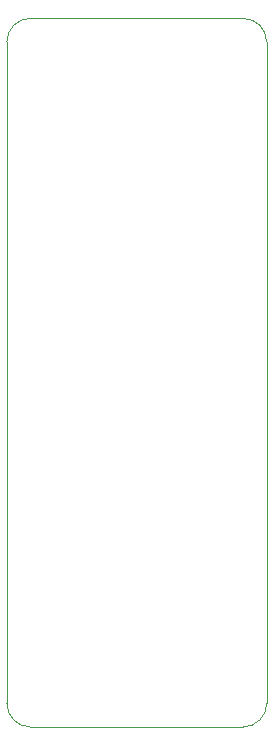
<source format=gm1>
G04 #@! TF.GenerationSoftware,KiCad,Pcbnew,5.1.9+dfsg1-1*
G04 #@! TF.CreationDate,2022-11-10T16:00:36+09:00*
G04 #@! TF.ProjectId,esp32-button,65737033-322d-4627-9574-746f6e2e6b69,rev?*
G04 #@! TF.SameCoordinates,Original*
G04 #@! TF.FileFunction,Profile,NP*
%FSLAX46Y46*%
G04 Gerber Fmt 4.6, Leading zero omitted, Abs format (unit mm)*
G04 Created by KiCad (PCBNEW 5.1.9+dfsg1-1) date 2022-11-10 16:00:36*
%MOMM*%
%LPD*%
G01*
G04 APERTURE LIST*
G04 #@! TA.AperFunction,Profile*
%ADD10C,0.050000*%
G04 #@! TD*
G04 APERTURE END LIST*
D10*
X154500000Y-123000000D02*
G75*
G02*
X152500000Y-125000000I-2000000J0D01*
G01*
X152500000Y-65000000D02*
G75*
G02*
X154500000Y-67000000I0J-2000000D01*
G01*
X132500000Y-67000000D02*
G75*
G02*
X134500000Y-65000000I2000000J0D01*
G01*
X134500000Y-125000000D02*
G75*
G02*
X132500000Y-123000000I0J2000000D01*
G01*
X152500000Y-65000000D02*
X134500000Y-65000000D01*
X154500000Y-123000000D02*
X154500000Y-67000000D01*
X132500000Y-123000000D02*
X132500000Y-67000000D01*
X134500000Y-125000000D02*
X152500000Y-125000000D01*
M02*

</source>
